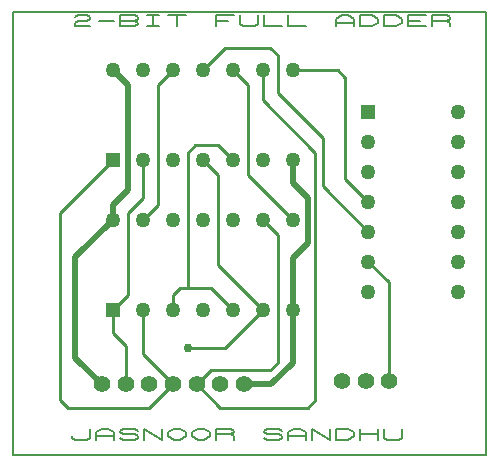
<source format=gbr>
G04 PROTEUS GERBER X2 FILE*
%TF.GenerationSoftware,Labcenter,Proteus,8.9-SP2-Build28501*%
%TF.CreationDate,2023-03-09T16:47:13+00:00*%
%TF.FileFunction,Copper,L2,Bot*%
%TF.FilePolarity,Positive*%
%TF.Part,Single*%
%TF.SameCoordinates,{0f7d483c-582a-42f8-afd4-3f49b78b352a}*%
%FSLAX45Y45*%
%MOMM*%
G01*
%TA.AperFunction,Conductor*%
%ADD10C,0.254000*%
%ADD11C,0.508000*%
%TA.AperFunction,ViaPad*%
%ADD12C,0.762000*%
%TA.AperFunction,ComponentPad*%
%ADD13R,1.270000X1.270000*%
%ADD14C,1.270000*%
%TA.AperFunction,WasherPad*%
%ADD15C,1.397000*%
%TA.AperFunction,Profile*%
%ADD16C,0.203200*%
%TD.AperFunction*%
D10*
X-1905000Y-1774000D02*
X-1778000Y-1647000D01*
X-1778000Y-952500D01*
X-1651000Y-825500D01*
X-1651000Y-508000D01*
X-1905000Y-1774000D02*
X-1905000Y-1968500D01*
X-1797000Y-2076500D01*
X-1797000Y-2405000D01*
X-1397000Y-2405000D02*
X-1595500Y-2603500D01*
X-2286000Y-2603500D01*
X-2349500Y-2540000D01*
X-2349500Y-952500D01*
X-1905000Y-508000D01*
X-1397000Y-2405000D02*
X-1651000Y-2151000D01*
X-1651000Y-1774000D01*
X-1270000Y-1587500D02*
X-1270000Y-444500D01*
X-1206500Y-381000D01*
X-1016000Y-381000D01*
X-889000Y-508000D01*
X-1270000Y-1587500D02*
X-1075500Y-1587500D01*
X-889000Y-1774000D01*
X-1270000Y-1587500D02*
X-1333500Y-1587500D01*
X-1397000Y-1651000D01*
X-1397000Y-1774000D01*
X-635000Y-1774000D02*
X-1016000Y-1393000D01*
X-1016000Y-635000D01*
X-1143000Y-508000D01*
X-635000Y-1774000D02*
X-956500Y-2095500D01*
X-1270000Y-2095500D01*
X-1651000Y-1012000D02*
X-1524000Y-885000D01*
X-1524000Y+127000D01*
X-1397000Y+254000D01*
X-381000Y-1012000D02*
X-762000Y-631000D01*
X-762000Y+127000D01*
X-889000Y+254000D01*
X-1197000Y-2405000D02*
X-998500Y-2603500D01*
X-254000Y-2603500D01*
X-190500Y-2540000D01*
X-190500Y-444500D01*
X-635000Y+0D01*
X-635000Y+254000D01*
X-1197000Y-2405000D02*
X-1078000Y-2286000D01*
X-571500Y-2286000D01*
X-508000Y-2222500D01*
X-508000Y-1139000D01*
X-635000Y-1012000D01*
X+258000Y-857000D02*
X+63500Y-662500D01*
X+63500Y+190500D01*
X+0Y+254000D01*
X-381000Y+254000D01*
X+258000Y-1111000D02*
X-127000Y-726000D01*
X-127000Y-317500D01*
X-508000Y+63500D01*
X-508000Y+381000D01*
X-571500Y+444500D01*
X-952500Y+444500D01*
X-1143000Y+254000D01*
X+434000Y-2377000D02*
X+434000Y-1541000D01*
X+258000Y-1365000D01*
D11*
X-381000Y-1774000D02*
X-381000Y-2222500D01*
X-563500Y-2405000D01*
X-797000Y-2405000D01*
X-381000Y-1774000D02*
X-381000Y-1333500D01*
X-254000Y-1206500D01*
X-254000Y-825500D01*
X-381000Y-698500D01*
X-381000Y-508000D01*
X-1905000Y-1012000D02*
X-2222500Y-1329500D01*
X-2222500Y-2179500D01*
X-1997000Y-2405000D01*
X-1905000Y-1012000D02*
X-1905000Y-889000D01*
X-1778000Y-762000D01*
X-1778000Y+127000D01*
X-1905000Y+254000D01*
D12*
X-1270000Y-2095500D03*
D13*
X-1905000Y-1774000D03*
D14*
X-1651000Y-1774000D03*
X-1397000Y-1774000D03*
X-1143000Y-1774000D03*
X-889000Y-1774000D03*
X-635000Y-1774000D03*
X-381000Y-1774000D03*
X-381000Y-1012000D03*
X-635000Y-1012000D03*
X-889000Y-1012000D03*
X-1143000Y-1012000D03*
X-1397000Y-1012000D03*
X-1651000Y-1012000D03*
X-1905000Y-1012000D03*
D13*
X-1905000Y-508000D03*
D14*
X-1651000Y-508000D03*
X-1397000Y-508000D03*
X-1143000Y-508000D03*
X-889000Y-508000D03*
X-635000Y-508000D03*
X-381000Y-508000D03*
X-381000Y+254000D03*
X-635000Y+254000D03*
X-889000Y+254000D03*
X-1143000Y+254000D03*
X-1397000Y+254000D03*
X-1651000Y+254000D03*
X-1905000Y+254000D03*
D13*
X+258000Y-95000D03*
D14*
X+258000Y-349000D03*
X+258000Y-603000D03*
X+258000Y-857000D03*
X+258000Y-1111000D03*
X+258000Y-1365000D03*
X+258000Y-1619000D03*
X+1020000Y-1619000D03*
X+1020000Y-1365000D03*
X+1020000Y-1111000D03*
X+1020000Y-857000D03*
X+1020000Y-603000D03*
X+1020000Y-349000D03*
X+1020000Y-95000D03*
D15*
X-1997000Y-2405000D03*
X-1797000Y-2405000D03*
X-1597000Y-2405000D03*
X-1397000Y-2405000D03*
X-1197000Y-2405000D03*
X-997000Y-2405000D03*
X-797000Y-2405000D03*
X+34000Y-2377000D03*
X+234000Y-2377000D03*
X+434000Y-2377000D03*
D16*
X-2750000Y-3000000D02*
X+1250000Y-3000000D01*
X+1250000Y+750000D01*
X-2750000Y+750000D01*
X-2750000Y-3000000D01*
X-2250000Y-2841440D02*
X-2250000Y-2856680D01*
X-2224600Y-2871920D01*
X-2123000Y-2871920D01*
X-2097600Y-2856680D01*
X-2097600Y-2780480D01*
X-2046800Y-2871920D02*
X-2046800Y-2810960D01*
X-1996000Y-2780480D01*
X-1945200Y-2780480D01*
X-1894400Y-2810960D01*
X-1894400Y-2871920D01*
X-2046800Y-2841440D02*
X-1894400Y-2841440D01*
X-1843600Y-2856680D02*
X-1818200Y-2871920D01*
X-1716600Y-2871920D01*
X-1691200Y-2856680D01*
X-1691200Y-2841440D01*
X-1716600Y-2826200D01*
X-1818200Y-2826200D01*
X-1843600Y-2810960D01*
X-1843600Y-2795720D01*
X-1818200Y-2780480D01*
X-1716600Y-2780480D01*
X-1691200Y-2795720D01*
X-1640400Y-2871920D02*
X-1640400Y-2780480D01*
X-1488000Y-2871920D01*
X-1488000Y-2780480D01*
X-1437200Y-2810960D02*
X-1386400Y-2780480D01*
X-1335600Y-2780480D01*
X-1284800Y-2810960D01*
X-1284800Y-2841440D01*
X-1335600Y-2871920D01*
X-1386400Y-2871920D01*
X-1437200Y-2841440D01*
X-1437200Y-2810960D01*
X-1234000Y-2810960D02*
X-1183200Y-2780480D01*
X-1132400Y-2780480D01*
X-1081600Y-2810960D01*
X-1081600Y-2841440D01*
X-1132400Y-2871920D01*
X-1183200Y-2871920D01*
X-1234000Y-2841440D01*
X-1234000Y-2810960D01*
X-1030800Y-2871920D02*
X-1030800Y-2780480D01*
X-903800Y-2780480D01*
X-878400Y-2795720D01*
X-878400Y-2810960D01*
X-903800Y-2826200D01*
X-1030800Y-2826200D01*
X-903800Y-2826200D02*
X-878400Y-2841440D01*
X-878400Y-2871920D01*
X-624400Y-2856680D02*
X-599000Y-2871920D01*
X-497400Y-2871920D01*
X-472000Y-2856680D01*
X-472000Y-2841440D01*
X-497400Y-2826200D01*
X-599000Y-2826200D01*
X-624400Y-2810960D01*
X-624400Y-2795720D01*
X-599000Y-2780480D01*
X-497400Y-2780480D01*
X-472000Y-2795720D01*
X-421200Y-2871920D02*
X-421200Y-2810960D01*
X-370400Y-2780480D01*
X-319600Y-2780480D01*
X-268800Y-2810960D01*
X-268800Y-2871920D01*
X-421200Y-2841440D02*
X-268800Y-2841440D01*
X-218000Y-2871920D02*
X-218000Y-2780480D01*
X-65600Y-2871920D01*
X-65600Y-2780480D01*
X-14800Y-2871920D02*
X-14800Y-2780480D01*
X+86800Y-2780480D01*
X+137600Y-2810960D01*
X+137600Y-2841440D01*
X+86800Y-2871920D01*
X-14800Y-2871920D01*
X+188400Y-2871920D02*
X+188400Y-2780480D01*
X+340800Y-2780480D02*
X+340800Y-2871920D01*
X+188400Y-2826200D02*
X+340800Y-2826200D01*
X+391600Y-2780480D02*
X+391600Y-2856680D01*
X+417000Y-2871920D01*
X+518600Y-2871920D01*
X+544000Y-2856680D01*
X+544000Y-2780480D01*
X-2224600Y+704280D02*
X-2199200Y+719520D01*
X-2123000Y+719520D01*
X-2097600Y+704280D01*
X-2097600Y+689040D01*
X-2123000Y+673800D01*
X-2199200Y+673800D01*
X-2224600Y+658560D01*
X-2224600Y+628080D01*
X-2097600Y+628080D01*
X-2021400Y+673800D02*
X-1894400Y+673800D01*
X-1843600Y+628080D02*
X-1843600Y+719520D01*
X-1716600Y+719520D01*
X-1691200Y+704280D01*
X-1691200Y+689040D01*
X-1716600Y+673800D01*
X-1691200Y+658560D01*
X-1691200Y+643320D01*
X-1716600Y+628080D01*
X-1843600Y+628080D01*
X-1843600Y+673800D02*
X-1716600Y+673800D01*
X-1615000Y+719520D02*
X-1513400Y+719520D01*
X-1564200Y+719520D02*
X-1564200Y+628080D01*
X-1615000Y+628080D02*
X-1513400Y+628080D01*
X-1437200Y+719520D02*
X-1284800Y+719520D01*
X-1361000Y+719520D02*
X-1361000Y+628080D01*
X-1030800Y+628080D02*
X-1030800Y+719520D01*
X-878400Y+719520D01*
X-1030800Y+673800D02*
X-929200Y+673800D01*
X-827600Y+719520D02*
X-827600Y+643320D01*
X-802200Y+628080D01*
X-700600Y+628080D01*
X-675200Y+643320D01*
X-675200Y+719520D01*
X-624400Y+719520D02*
X-624400Y+628080D01*
X-472000Y+628080D01*
X-421200Y+719520D02*
X-421200Y+628080D01*
X-268800Y+628080D01*
X-14800Y+628080D02*
X-14800Y+689040D01*
X+36000Y+719520D01*
X+86800Y+719520D01*
X+137600Y+689040D01*
X+137600Y+628080D01*
X-14800Y+658560D02*
X+137600Y+658560D01*
X+188400Y+628080D02*
X+188400Y+719520D01*
X+290000Y+719520D01*
X+340800Y+689040D01*
X+340800Y+658560D01*
X+290000Y+628080D01*
X+188400Y+628080D01*
X+391600Y+628080D02*
X+391600Y+719520D01*
X+493200Y+719520D01*
X+544000Y+689040D01*
X+544000Y+658560D01*
X+493200Y+628080D01*
X+391600Y+628080D01*
X+747200Y+628080D02*
X+594800Y+628080D01*
X+594800Y+719520D01*
X+747200Y+719520D01*
X+594800Y+673800D02*
X+696400Y+673800D01*
X+798000Y+628080D02*
X+798000Y+719520D01*
X+925000Y+719520D01*
X+950400Y+704280D01*
X+950400Y+689040D01*
X+925000Y+673800D01*
X+798000Y+673800D01*
X+925000Y+673800D02*
X+950400Y+658560D01*
X+950400Y+628080D01*
M02*

</source>
